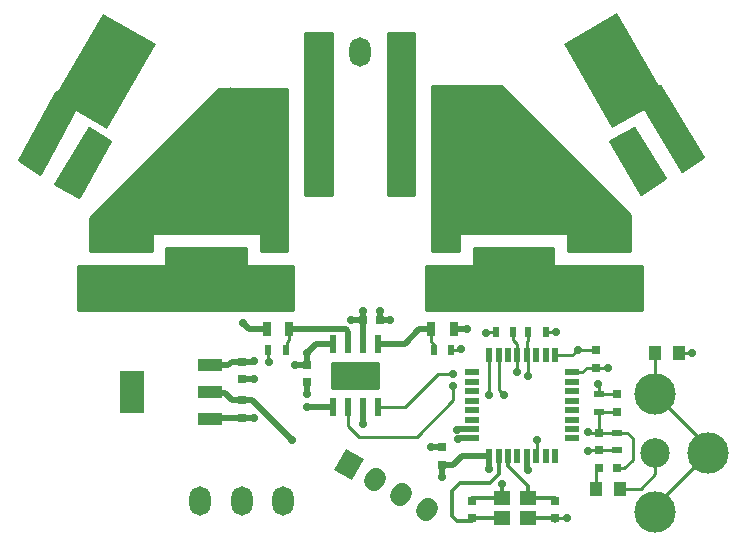
<source format=gtl>
G04 #@! TF.FileFunction,Copper,L1,Top,Signal*
%FSLAX46Y46*%
G04 Gerber Fmt 4.6, Leading zero omitted, Abs format (unit mm)*
G04 Created by KiCad (PCBNEW 4.0.4+e1-6308~48~ubuntu14.04.1-stable) date Sun Nov 27 15:14:10 2016*
%MOMM*%
%LPD*%
G01*
G04 APERTURE LIST*
%ADD10C,0.100000*%
%ADD11R,1.600000X1.000000*%
%ADD12R,1.000000X1.600000*%
%ADD13O,1.800000X2.500000*%
%ADD14R,0.700000X1.300000*%
%ADD15R,0.600000X1.200000*%
%ADD16R,1.200000X0.600000*%
%ADD17R,2.032000X3.657600*%
%ADD18R,2.032000X1.016000*%
%ADD19R,0.600000X1.550000*%
%ADD20R,1.175000X1.175000*%
%ADD21C,1.727200*%
%ADD22R,1.400000X1.200000*%
%ADD23R,0.750000X0.800000*%
%ADD24R,0.800000X0.750000*%
%ADD25R,1.000000X1.250000*%
%ADD26C,3.500000*%
%ADD27C,2.500000*%
%ADD28R,0.900000X0.500000*%
%ADD29R,0.500000X0.900000*%
%ADD30C,0.700000*%
%ADD31C,0.320000*%
%ADD32C,0.480000*%
%ADD33C,0.240000*%
%ADD34C,0.160000*%
%ADD35C,1.000000*%
%ADD36C,0.254000*%
G04 APERTURE END LIST*
D10*
G36*
X132568911Y-60942820D02*
X133368911Y-59557180D01*
X134234937Y-60057180D01*
X133434937Y-61442820D01*
X132568911Y-60942820D01*
X132568911Y-60942820D01*
G37*
G36*
X135166987Y-62442820D02*
X135966987Y-61057180D01*
X136833013Y-61557180D01*
X136033013Y-62942820D01*
X135166987Y-62442820D01*
X135166987Y-62442820D01*
G37*
D11*
X137000000Y-70500000D03*
X137000000Y-73500000D03*
X140000000Y-70500000D03*
X140000000Y-73500000D03*
D10*
G36*
X131068911Y-63442820D02*
X131868911Y-62057180D01*
X132734937Y-62557180D01*
X131934937Y-63942820D01*
X131068911Y-63442820D01*
X131068911Y-63442820D01*
G37*
G36*
X133666987Y-64942820D02*
X134466987Y-63557180D01*
X135333013Y-64057180D01*
X134533013Y-65442820D01*
X133666987Y-64942820D01*
X133666987Y-64942820D01*
G37*
D11*
X152000000Y-70500000D03*
X152000000Y-73500000D03*
D12*
X152000000Y-65250000D03*
X155000000Y-65250000D03*
X155000000Y-62500000D03*
X152000000Y-62500000D03*
D11*
X181000000Y-70500000D03*
X181000000Y-73500000D03*
X178000000Y-70500000D03*
X178000000Y-73500000D03*
X166000000Y-70500000D03*
X166000000Y-73500000D03*
D12*
X166000000Y-65200000D03*
X163000000Y-65200000D03*
X163000000Y-62400000D03*
X166000000Y-62400000D03*
D13*
X145500000Y-92000000D03*
X149000000Y-92000000D03*
X152500000Y-92000000D03*
X162500000Y-54000000D03*
X159000000Y-54000000D03*
X155500000Y-54000000D03*
D14*
X151100000Y-77500000D03*
X153000000Y-77500000D03*
X166950000Y-77500000D03*
X165050000Y-77500000D03*
D15*
X169950000Y-88200000D03*
X170750000Y-88200000D03*
X171550000Y-88200000D03*
X172350000Y-88200000D03*
X173150000Y-88200000D03*
X173950000Y-88200000D03*
X174750000Y-88200000D03*
X175550000Y-88200000D03*
D16*
X177000000Y-86750000D03*
X177000000Y-85950000D03*
X177000000Y-85150000D03*
X177000000Y-84350000D03*
X177000000Y-83550000D03*
X177000000Y-82750000D03*
X177000000Y-81950000D03*
X177000000Y-81150000D03*
D15*
X175550000Y-79700000D03*
X174750000Y-79700000D03*
X173950000Y-79700000D03*
X173150000Y-79700000D03*
X172350000Y-79700000D03*
X171550000Y-79700000D03*
X170750000Y-79700000D03*
X169950000Y-79700000D03*
D16*
X168500000Y-81150000D03*
X168500000Y-81950000D03*
X168500000Y-82750000D03*
X168500000Y-83550000D03*
X168500000Y-84350000D03*
X168500000Y-85150000D03*
X168500000Y-85950000D03*
X168500000Y-86750000D03*
D17*
X139718871Y-82810213D03*
D18*
X146322871Y-82810213D03*
X146322871Y-80524213D03*
X146322871Y-85096213D03*
D19*
X156730000Y-84112500D03*
X158000000Y-84112500D03*
X159270000Y-84112500D03*
X160540000Y-84112500D03*
X160540000Y-78712500D03*
X159270000Y-78712500D03*
X158000000Y-78712500D03*
X156730000Y-78712500D03*
D20*
X159222500Y-80825000D03*
X158047500Y-80825000D03*
X159222500Y-82000000D03*
X158047500Y-82000000D03*
D10*
G36*
X158340491Y-90271682D02*
X156844691Y-89408082D01*
X157860691Y-87648318D01*
X159356491Y-88511918D01*
X158340491Y-90271682D01*
X158340491Y-90271682D01*
G37*
D21*
X160224096Y-90361982D02*
X160376496Y-90098018D01*
X162423800Y-91631982D02*
X162576200Y-91368018D01*
X164623505Y-92901982D02*
X164775905Y-92638018D01*
D22*
X171000000Y-93500000D03*
X173200000Y-93500000D03*
X173200000Y-91800000D03*
X171000000Y-91800000D03*
D23*
X168500000Y-93500000D03*
X168500000Y-92000000D03*
X175500000Y-92000000D03*
X175500000Y-93500000D03*
X179000000Y-79250000D03*
X179000000Y-80750000D03*
X166000000Y-89000000D03*
X166000000Y-87500000D03*
X154500000Y-80500000D03*
X154500000Y-82000000D03*
D24*
X159250000Y-76750000D03*
X160750000Y-76750000D03*
D10*
G36*
X186082051Y-61807180D02*
X186882051Y-63192820D01*
X186016025Y-63692820D01*
X185216025Y-62307180D01*
X186082051Y-61807180D01*
X186082051Y-61807180D01*
G37*
G36*
X183483975Y-63307180D02*
X184283975Y-64692820D01*
X183417949Y-65192820D01*
X182617949Y-63807180D01*
X183483975Y-63307180D01*
X183483975Y-63307180D01*
G37*
G36*
X184582051Y-59307180D02*
X185382051Y-60692820D01*
X184516025Y-61192820D01*
X183716025Y-59807180D01*
X184582051Y-59307180D01*
X184582051Y-59307180D01*
G37*
G36*
X181983975Y-60807180D02*
X182783975Y-62192820D01*
X181917949Y-62692820D01*
X181117949Y-61307180D01*
X181983975Y-60807180D01*
X181983975Y-60807180D01*
G37*
D24*
X180750000Y-89250000D03*
X179250000Y-89250000D03*
D23*
X179250000Y-87750000D03*
X179250000Y-86250000D03*
X180750000Y-84500000D03*
X180750000Y-83000000D03*
D25*
X181000000Y-91000000D03*
X179000000Y-91000000D03*
X184000000Y-79500000D03*
X186000000Y-79500000D03*
D26*
X188500000Y-88000000D03*
X184000000Y-93000000D03*
X184000000Y-83000000D03*
D27*
X184000000Y-88000000D03*
D28*
X180750000Y-87750000D03*
X180750000Y-86250000D03*
X179250000Y-84500000D03*
X179250000Y-83000000D03*
D29*
X152750000Y-79250000D03*
X151250000Y-79250000D03*
X165250000Y-79250000D03*
X166750000Y-79250000D03*
X173250000Y-77750000D03*
X174750000Y-77750000D03*
X172000000Y-77750000D03*
X170500000Y-77750000D03*
D23*
X149000000Y-80250000D03*
X149000000Y-81750000D03*
X149000000Y-83500000D03*
X149000000Y-85000000D03*
D10*
G36*
X149994880Y-58155588D02*
X145864880Y-65308958D01*
X143881682Y-64163958D01*
X148011682Y-57010588D01*
X149994880Y-58155588D01*
X149994880Y-58155588D01*
G37*
G36*
X141741658Y-53390588D02*
X137611658Y-60543958D01*
X133099666Y-57938958D01*
X137229666Y-50785588D01*
X141741658Y-53390588D01*
X141741658Y-53390588D01*
G37*
G36*
X172135120Y-65261685D02*
X168005120Y-58108315D01*
X169988318Y-56963315D01*
X174118318Y-64116685D01*
X172135120Y-65261685D01*
X172135120Y-65261685D01*
G37*
G36*
X180388342Y-60496685D02*
X176258342Y-53343315D01*
X180770334Y-50738315D01*
X184900334Y-57891685D01*
X180388342Y-60496685D01*
X180388342Y-60496685D01*
G37*
D12*
X152000000Y-59800000D03*
X155000000Y-59800000D03*
X165900000Y-59600000D03*
X162900000Y-59600000D03*
D30*
X135750000Y-73500000D03*
X138500000Y-73750000D03*
X138500000Y-74500000D03*
X136250000Y-74500000D03*
X137750000Y-74500000D03*
X137000000Y-74500000D03*
X141500000Y-74250000D03*
X141250000Y-73500000D03*
X139250000Y-74500000D03*
X140750000Y-74500000D03*
X140000000Y-74500000D03*
X150500000Y-74250000D03*
X150750000Y-73500000D03*
X152750000Y-74500000D03*
X151250000Y-74500000D03*
X152000000Y-74500000D03*
X161575000Y-76750000D03*
X160750000Y-75950000D03*
X135000000Y-65600000D03*
X135800000Y-63500000D03*
X135800000Y-64300000D03*
X135400000Y-65000000D03*
X136500000Y-63200000D03*
X137300000Y-61800000D03*
X136900000Y-62500000D03*
X182100000Y-63500000D03*
X183100000Y-65500000D03*
X182300000Y-64200000D03*
X182700000Y-64800000D03*
X180800000Y-61600000D03*
X181600000Y-63000000D03*
X181200000Y-62300000D03*
X176500000Y-93500000D03*
X167600000Y-79200000D03*
X151300000Y-80300000D03*
X175600000Y-77700000D03*
X169700000Y-77800000D03*
X187100000Y-79500000D03*
X180000000Y-80800000D03*
X179200000Y-82100000D03*
X156950000Y-81950000D03*
X156950000Y-80850000D03*
X160300000Y-80900000D03*
X160300000Y-81900000D03*
X157400000Y-81400000D03*
X158600000Y-81400000D03*
X159800000Y-81400000D03*
X165000000Y-87500000D03*
X167200000Y-86000000D03*
X167300000Y-86800000D03*
X150000000Y-85000000D03*
X150000000Y-81700000D03*
X159300000Y-85500000D03*
X154500000Y-83000000D03*
X165300000Y-74600000D03*
X166700000Y-74600000D03*
X166000000Y-74600000D03*
X182400000Y-74200000D03*
X181800000Y-74600000D03*
X176600000Y-74200000D03*
X177200000Y-74600000D03*
X180200000Y-74600000D03*
X179500000Y-74300000D03*
X178800000Y-74600000D03*
X182400000Y-73500000D03*
X181000000Y-74600000D03*
X178000000Y-74600000D03*
X179500000Y-73500000D03*
X176600000Y-73500000D03*
X167400000Y-74300000D03*
X167400000Y-73500000D03*
X173600000Y-75600000D03*
X172800000Y-75600000D03*
X172000000Y-75600000D03*
X171200000Y-75600000D03*
X170400000Y-75600000D03*
X144400000Y-75600000D03*
X145200000Y-75600000D03*
X146000000Y-75600000D03*
X146800000Y-75600000D03*
X147600000Y-75600000D03*
X171000000Y-90600000D03*
X144400000Y-74800000D03*
X145200000Y-74800000D03*
X147600000Y-74800000D03*
X146800000Y-74800000D03*
X146000000Y-74800000D03*
X170400000Y-74800000D03*
X171200000Y-74800000D03*
X173600000Y-74800000D03*
X172800000Y-74800000D03*
X172000000Y-74800000D03*
X158047500Y-82000000D03*
X159222500Y-82000000D03*
X159222500Y-80825000D03*
X158047500Y-80825000D03*
X159250000Y-75925000D03*
X154500000Y-84100000D03*
X153500000Y-80500000D03*
X150000000Y-80200000D03*
X154500000Y-79500000D03*
X158280693Y-76677531D03*
X178300000Y-87800000D03*
X177450000Y-79250000D03*
X173200000Y-89400000D03*
X166000000Y-90000000D03*
X169900000Y-89300000D03*
X153300000Y-86900000D03*
X130700000Y-63100000D03*
X132000000Y-61300000D03*
X131500000Y-61800000D03*
X131100000Y-62500000D03*
X132200000Y-60600000D03*
X133000000Y-59300000D03*
X132600000Y-60000000D03*
X185100000Y-59200000D03*
X185900000Y-61100000D03*
X185900000Y-60400000D03*
X185500000Y-59800000D03*
X187400000Y-62900000D03*
X186500000Y-61500000D03*
X186900000Y-62200000D03*
X143600000Y-68400000D03*
X144400000Y-68400000D03*
X144400000Y-68400000D03*
X145200000Y-68400000D03*
X146000000Y-68400000D03*
X146000000Y-68400000D03*
X146800000Y-68400000D03*
X147600000Y-68400000D03*
X148400000Y-68400000D03*
X143600000Y-69200000D03*
X144400000Y-69200000D03*
X145200000Y-69200000D03*
X148400000Y-69200000D03*
X147600000Y-69200000D03*
X146800000Y-69200000D03*
X146000000Y-69200000D03*
X169600000Y-68400000D03*
X170400000Y-68400000D03*
X171200000Y-68400000D03*
X172000000Y-68400000D03*
X172800000Y-68400000D03*
X173600000Y-68400000D03*
X174400000Y-68400000D03*
X169600000Y-69200000D03*
X170400000Y-69200000D03*
X171200000Y-69200000D03*
X174400000Y-69200000D03*
X173600000Y-69200000D03*
X172800000Y-69200000D03*
X172000000Y-69200000D03*
X149100000Y-77000000D03*
X168100000Y-77500000D03*
X173200000Y-81500000D03*
X166900000Y-82300000D03*
X166900000Y-81300000D03*
X172300000Y-81100000D03*
X169900000Y-83100000D03*
X171200000Y-83100000D03*
X174000000Y-86900000D03*
X178300000Y-86200000D03*
D31*
X171000000Y-93500000D02*
X168750000Y-93500000D01*
X168750000Y-93500000D02*
X168500000Y-93750000D01*
X166800000Y-93300000D02*
X167250000Y-93750000D01*
X167250000Y-93750000D02*
X168500000Y-93750000D01*
X166800000Y-91200000D02*
X166800000Y-93300000D01*
X167500000Y-90500000D02*
X166800000Y-91200000D01*
X170000000Y-90500000D02*
X167500000Y-90500000D01*
X170750000Y-89750000D02*
X170000000Y-90500000D01*
X170750000Y-88200000D02*
X170750000Y-89750000D01*
D32*
X136250000Y-74500000D02*
X135750000Y-74500000D01*
X135750000Y-74500000D02*
X135500000Y-74250000D01*
X137000000Y-73500000D02*
X135750000Y-73500000D01*
X138500000Y-74500000D02*
X138500000Y-73750000D01*
X139250000Y-74500000D02*
X138500000Y-74500000D01*
X137000000Y-74500000D02*
X136250000Y-74500000D01*
X137000000Y-74500000D02*
X137750000Y-74500000D01*
X137000000Y-73500000D02*
X137000000Y-74500000D01*
X141250000Y-73500000D02*
X141250000Y-74000000D01*
X141250000Y-74000000D02*
X141500000Y-74250000D01*
X140000000Y-73500000D02*
X141250000Y-73500000D01*
X140000000Y-74500000D02*
X139250000Y-74500000D01*
X140000000Y-74500000D02*
X140750000Y-74500000D01*
X140000000Y-73500000D02*
X140000000Y-74500000D01*
X150750000Y-73500000D02*
X150750000Y-74000000D01*
X150750000Y-74000000D02*
X150500000Y-74250000D01*
X152000000Y-73500000D02*
X150750000Y-73500000D01*
X152000000Y-74500000D02*
X152750000Y-74500000D01*
X152000000Y-74500000D02*
X151250000Y-74500000D01*
X152000000Y-73500000D02*
X152000000Y-74500000D01*
X160750000Y-76750000D02*
X161575000Y-76750000D01*
X160750000Y-76750000D02*
X160750000Y-75950000D01*
D33*
X135400000Y-65000000D02*
X135400000Y-65200000D01*
X135400000Y-65200000D02*
X135000000Y-65600000D01*
X135800000Y-64300000D02*
X135800000Y-63500000D01*
X135400000Y-65000000D02*
X135400000Y-64700000D01*
X135400000Y-64700000D02*
X135800000Y-64300000D01*
X134500000Y-64500000D02*
X134900000Y-64500000D01*
X134900000Y-64500000D02*
X135400000Y-65000000D01*
X136900000Y-62500000D02*
X136900000Y-62800000D01*
X136900000Y-62800000D02*
X136500000Y-63200000D01*
X136900000Y-62500000D02*
X136900000Y-62200000D01*
X136900000Y-62200000D02*
X137300000Y-61800000D01*
X136000000Y-62000000D02*
X136400000Y-62000000D01*
X136400000Y-62000000D02*
X136900000Y-62500000D01*
X182300000Y-64200000D02*
X182300000Y-63700000D01*
X182300000Y-63700000D02*
X182100000Y-63500000D01*
X182700000Y-64800000D02*
X182700000Y-65100000D01*
X182700000Y-65100000D02*
X183100000Y-65500000D01*
X182700000Y-64800000D02*
X182700000Y-64600000D01*
X182700000Y-64600000D02*
X182300000Y-64200000D01*
X183450962Y-64250000D02*
X183250000Y-64250000D01*
X183250000Y-64250000D02*
X182700000Y-64800000D01*
X181200000Y-62300000D02*
X181200000Y-62000000D01*
X181200000Y-62000000D02*
X180800000Y-61600000D01*
X181200000Y-62300000D02*
X181200000Y-62600000D01*
X181200000Y-62600000D02*
X181600000Y-63000000D01*
X181950962Y-61750000D02*
X181750000Y-61750000D01*
X181750000Y-61750000D02*
X181200000Y-62300000D01*
X175500000Y-93500000D02*
X176500000Y-93500000D01*
X166750000Y-79250000D02*
X167550000Y-79250000D01*
X167550000Y-79250000D02*
X167600000Y-79200000D01*
X151250000Y-79250000D02*
X151250000Y-80250000D01*
X151250000Y-80250000D02*
X151300000Y-80300000D01*
X174750000Y-77750000D02*
X175550000Y-77750000D01*
X175550000Y-77750000D02*
X175600000Y-77700000D01*
X170500000Y-77750000D02*
X169750000Y-77750000D01*
X169750000Y-77750000D02*
X169700000Y-77800000D01*
X186000000Y-79500000D02*
X187100000Y-79500000D01*
X179000000Y-80750000D02*
X179950000Y-80750000D01*
X179950000Y-80750000D02*
X180000000Y-80800000D01*
X179250000Y-83000000D02*
X179250000Y-82150000D01*
X179250000Y-82150000D02*
X179200000Y-82100000D01*
X177000000Y-81150000D02*
X177840000Y-81150000D01*
X177840000Y-81150000D02*
X178240000Y-80750000D01*
X178240000Y-80750000D02*
X179000000Y-80750000D01*
X179250000Y-83000000D02*
X180750000Y-83000000D01*
D34*
X157400000Y-81400000D02*
X157400000Y-81500000D01*
X157400000Y-81500000D02*
X156950000Y-81950000D01*
X157400000Y-81400000D02*
X157400000Y-81300000D01*
X157400000Y-81300000D02*
X156950000Y-80850000D01*
X159800000Y-81400000D02*
X160300000Y-80900000D01*
X159800000Y-81400000D02*
X160300000Y-81900000D01*
X158047500Y-82000000D02*
X158000000Y-82000000D01*
X158000000Y-82000000D02*
X157400000Y-81400000D01*
D32*
X137000000Y-73500000D02*
X138500000Y-73500000D01*
X140000000Y-73500000D02*
X138500000Y-73500000D01*
X166000000Y-87500000D02*
X165000000Y-87500000D01*
X168500000Y-85950000D02*
X167250000Y-85950000D01*
X167250000Y-85950000D02*
X167200000Y-86000000D01*
X168500000Y-86750000D02*
X167350000Y-86750000D01*
X167350000Y-86750000D02*
X167300000Y-86800000D01*
X149000000Y-85000000D02*
X150000000Y-85000000D01*
X149000000Y-81750000D02*
X149950000Y-81750000D01*
X149950000Y-81750000D02*
X150000000Y-81700000D01*
X149000000Y-85000000D02*
X146419084Y-85000000D01*
X146419084Y-85000000D02*
X146322871Y-85096213D01*
X159270000Y-84112500D02*
X159270000Y-85470000D01*
X159270000Y-85470000D02*
X159300000Y-85500000D01*
X154500000Y-82000000D02*
X154500000Y-83000000D01*
X166000000Y-74600000D02*
X165300000Y-74600000D01*
X166000000Y-74600000D02*
X166700000Y-74600000D01*
X166000000Y-73500000D02*
X166000000Y-74600000D01*
X181800000Y-74600000D02*
X182000000Y-74600000D01*
X182000000Y-74600000D02*
X182400000Y-74200000D01*
X181000000Y-74600000D02*
X181800000Y-74600000D01*
X177200000Y-74600000D02*
X177000000Y-74600000D01*
X177000000Y-74600000D02*
X176600000Y-74200000D01*
X178000000Y-74600000D02*
X177200000Y-74600000D01*
X181000000Y-74600000D02*
X180200000Y-74600000D01*
X178800000Y-74600000D02*
X179200000Y-74600000D01*
X179200000Y-74600000D02*
X179500000Y-74300000D01*
X178000000Y-74600000D02*
X178800000Y-74600000D01*
X181000000Y-73500000D02*
X182400000Y-73500000D01*
X181000000Y-73500000D02*
X181000000Y-74600000D01*
X178000000Y-73500000D02*
X178000000Y-74600000D01*
X179500000Y-73500000D02*
X181000000Y-73500000D01*
X178000000Y-73500000D02*
X179500000Y-73500000D01*
X178000000Y-73500000D02*
X176600000Y-73500000D01*
X167400000Y-73500000D02*
X167400000Y-74300000D01*
X166000000Y-73500000D02*
X167400000Y-73500000D01*
D31*
X173200000Y-93500000D02*
X175250000Y-93500000D01*
X175250000Y-93500000D02*
X175500000Y-93750000D01*
X171000000Y-91800000D02*
X168550000Y-91800000D01*
X168550000Y-91800000D02*
X168500000Y-91750000D01*
X171000000Y-91800000D02*
X171000000Y-90600000D01*
X173200000Y-91800000D02*
X175450000Y-91800000D01*
X175450000Y-91800000D02*
X175500000Y-91750000D01*
X171550000Y-88200000D02*
X171550000Y-89120000D01*
X171550000Y-89120000D02*
X173200000Y-90770000D01*
X173200000Y-90770000D02*
X173200000Y-91800000D01*
D32*
X159250000Y-76750000D02*
X159250000Y-75925000D01*
X156730000Y-84112500D02*
X154512500Y-84112500D01*
X154512500Y-84112500D02*
X154500000Y-84100000D01*
X154500000Y-80500000D02*
X153500000Y-80500000D01*
X149000000Y-80250000D02*
X149950000Y-80250000D01*
X149950000Y-80250000D02*
X150000000Y-80200000D01*
X149000000Y-80250000D02*
X148145000Y-80250000D01*
X148145000Y-80250000D02*
X147870787Y-80524213D01*
X147870787Y-80524213D02*
X146322871Y-80524213D01*
X154500000Y-79500000D02*
X155287500Y-78712500D01*
X155287500Y-78712500D02*
X156730000Y-78712500D01*
X154500000Y-80500000D02*
X154500000Y-79500000D01*
X159250000Y-76750000D02*
X158353162Y-76750000D01*
X158353162Y-76750000D02*
X158280693Y-76677531D01*
X159270000Y-78712500D02*
X159270000Y-76770000D01*
X159270000Y-76770000D02*
X159250000Y-76750000D01*
D33*
X179250000Y-87750000D02*
X178350000Y-87750000D01*
X178350000Y-87750000D02*
X178300000Y-87800000D01*
X177450000Y-79250000D02*
X177000000Y-79700000D01*
X177000000Y-79700000D02*
X175550000Y-79700000D01*
X179000000Y-79250000D02*
X177450000Y-79250000D01*
X179250000Y-87750000D02*
X180750000Y-87750000D01*
D32*
X173150000Y-88200000D02*
X173150000Y-89350000D01*
X173150000Y-89350000D02*
X173200000Y-89400000D01*
X166000000Y-89000000D02*
X166000000Y-90000000D01*
X169950000Y-88200000D02*
X169950000Y-89250000D01*
X169950000Y-89250000D02*
X169900000Y-89300000D01*
X166000000Y-89000000D02*
X166855000Y-89000000D01*
X166855000Y-89000000D02*
X167655000Y-88200000D01*
X167655000Y-88200000D02*
X169950000Y-88200000D01*
X149000000Y-83500000D02*
X149855000Y-83500000D01*
X149855000Y-83500000D02*
X153255000Y-86900000D01*
X153255000Y-86900000D02*
X153300000Y-86900000D01*
X147545000Y-82900000D02*
X146412658Y-82900000D01*
X146412658Y-82900000D02*
X146322871Y-82810213D01*
X149000000Y-83500000D02*
X148145000Y-83500000D01*
X148145000Y-83500000D02*
X147545000Y-82900000D01*
D33*
X133000000Y-59300000D02*
X136635227Y-55664773D01*
X136635227Y-55664773D02*
X137420662Y-55664773D01*
X185100000Y-59200000D02*
X184161838Y-59200000D01*
X184161838Y-59200000D02*
X180579338Y-55617500D01*
X131100000Y-62500000D02*
X131100000Y-62700000D01*
X131100000Y-62700000D02*
X130700000Y-63100000D01*
X131500000Y-61800000D02*
X132000000Y-61300000D01*
X131100000Y-62500000D02*
X131100000Y-62200000D01*
X131100000Y-62200000D02*
X131500000Y-61800000D01*
X131901924Y-63000000D02*
X131600000Y-63000000D01*
X131600000Y-63000000D02*
X131100000Y-62500000D01*
X132600000Y-60000000D02*
X132600000Y-60200000D01*
X132600000Y-60200000D02*
X132200000Y-60600000D01*
X132600000Y-60000000D02*
X132600000Y-59700000D01*
X132600000Y-59700000D02*
X133000000Y-59300000D01*
X133401924Y-60500000D02*
X133100000Y-60500000D01*
X133100000Y-60500000D02*
X132600000Y-60000000D01*
X185500000Y-59800000D02*
X185500000Y-59600000D01*
X185500000Y-59600000D02*
X185100000Y-59200000D01*
X185900000Y-60400000D02*
X185900000Y-61100000D01*
X185500000Y-59800000D02*
X185500000Y-60000000D01*
X185500000Y-60000000D02*
X185900000Y-60400000D01*
X184549038Y-60250000D02*
X185050000Y-60250000D01*
X185050000Y-60250000D02*
X185500000Y-59800000D01*
X186900000Y-62200000D02*
X186900000Y-62400000D01*
X186900000Y-62400000D02*
X187400000Y-62900000D01*
X186900000Y-62200000D02*
X186900000Y-61900000D01*
X186900000Y-61900000D02*
X186500000Y-61500000D01*
X186049038Y-62750000D02*
X186350000Y-62750000D01*
X186350000Y-62750000D02*
X186900000Y-62200000D01*
D35*
X152000000Y-70000000D02*
X152000000Y-65000000D01*
X152000000Y-62000000D02*
X152000000Y-65000000D01*
X155000000Y-58000000D02*
X155500000Y-57500000D01*
X155000000Y-62000000D02*
X155000000Y-58000000D01*
X155000000Y-65000000D02*
X155000000Y-62000000D01*
X155500000Y-57500000D02*
X155500000Y-54000000D01*
X180850001Y-68850001D02*
X181000000Y-69000000D01*
X181000000Y-69000000D02*
X181000000Y-70500000D01*
X177850001Y-68850001D02*
X180850001Y-68850001D01*
X174749999Y-68850001D02*
X177850001Y-68850001D01*
X177850001Y-68850001D02*
X178000000Y-69000000D01*
X178000000Y-69000000D02*
X178000000Y-70500000D01*
X166000000Y-70000000D02*
X166800000Y-69200000D01*
X166000000Y-70500000D02*
X166000000Y-70000000D01*
X162500000Y-57500000D02*
X162500000Y-54000000D01*
X163000000Y-58000000D02*
X162500000Y-57500000D01*
X163000000Y-62000000D02*
X163000000Y-58000000D01*
X163000000Y-65000000D02*
X163000000Y-62000000D01*
D32*
X149600000Y-77500000D02*
X151100000Y-77500000D01*
X149100000Y-77000000D02*
X149600000Y-77500000D01*
X166950000Y-77500000D02*
X168100000Y-77500000D01*
D33*
X152800000Y-78590000D02*
X152800000Y-79200000D01*
X152800000Y-79200000D02*
X152750000Y-79250000D01*
X153000000Y-77500000D02*
X153000000Y-78390000D01*
X153000000Y-78390000D02*
X152800000Y-78590000D01*
D32*
X157800000Y-77500000D02*
X158000000Y-77700000D01*
X158000000Y-77700000D02*
X158000000Y-78712500D01*
X153000000Y-77500000D02*
X157800000Y-77500000D01*
D33*
X165250000Y-78750000D02*
X165050000Y-78550000D01*
X165050000Y-78550000D02*
X165050000Y-78390000D01*
X165250000Y-79250000D02*
X165250000Y-78750000D01*
X165050000Y-77500000D02*
X165050000Y-78390000D01*
D32*
X160540000Y-78712500D02*
X162787500Y-78712500D01*
X162787500Y-78712500D02*
X164000000Y-77500000D01*
X164000000Y-77500000D02*
X165050000Y-77500000D01*
D33*
X173250000Y-77750000D02*
X173250000Y-78440000D01*
X173250000Y-78440000D02*
X173150000Y-78540000D01*
X173150000Y-78540000D02*
X173150000Y-79700000D01*
X173200000Y-81500000D02*
X173200000Y-79750000D01*
X173200000Y-79750000D02*
X173150000Y-79700000D01*
X166900000Y-83500000D02*
X166900000Y-82300000D01*
X163800000Y-86600000D02*
X166900000Y-83500000D01*
X158900000Y-86600000D02*
X163800000Y-86600000D01*
X158430001Y-86130001D02*
X158900000Y-86600000D01*
X158000000Y-85700000D02*
X158430001Y-86130001D01*
X158000000Y-85127500D02*
X158000000Y-85700000D01*
X158000000Y-84112500D02*
X158000000Y-85127500D01*
X162800000Y-84100000D02*
X165600000Y-81300000D01*
X165600000Y-81300000D02*
X166900000Y-81300000D01*
X162700000Y-84100000D02*
X162800000Y-84100000D01*
X162700000Y-84100000D02*
X160552500Y-84100000D01*
X160552500Y-84100000D02*
X160540000Y-84112500D01*
X172350000Y-79700000D02*
X172350000Y-81050000D01*
X172350000Y-81050000D02*
X172300000Y-81100000D01*
X172000000Y-77750000D02*
X172000000Y-78440000D01*
X172000000Y-78440000D02*
X172350000Y-78790000D01*
X172350000Y-78790000D02*
X172350000Y-79700000D01*
X169950000Y-79700000D02*
X169950000Y-83050000D01*
X169950000Y-83050000D02*
X169900000Y-83100000D01*
X170750000Y-79700000D02*
X170750000Y-82650000D01*
X170750000Y-82650000D02*
X171200000Y-83100000D01*
X174000000Y-86900000D02*
X174000000Y-88150000D01*
X174000000Y-88150000D02*
X173950000Y-88200000D01*
X178635000Y-86250000D02*
X178350000Y-86250000D01*
X178350000Y-86250000D02*
X178300000Y-86200000D01*
X179250000Y-86250000D02*
X178635000Y-86250000D01*
X179250000Y-84500000D02*
X179250000Y-86250000D01*
X180750000Y-84500000D02*
X179250000Y-84500000D01*
X179250000Y-86250000D02*
X180750000Y-86250000D01*
X182100000Y-86700000D02*
X181650000Y-86250000D01*
X181650000Y-86250000D02*
X180750000Y-86250000D01*
X182100000Y-88540000D02*
X182100000Y-86700000D01*
X180750000Y-89250000D02*
X181390000Y-89250000D01*
X181390000Y-89250000D02*
X182100000Y-88540000D01*
X179000000Y-91000000D02*
X179000000Y-89500000D01*
X179000000Y-89500000D02*
X179250000Y-89250000D01*
X184000000Y-88000000D02*
X184000000Y-89767766D01*
X184000000Y-89767766D02*
X182767766Y-91000000D01*
X181740000Y-91000000D02*
X181000000Y-91000000D01*
X182767766Y-91000000D02*
X181740000Y-91000000D01*
X188500000Y-88000000D02*
X184000000Y-92500000D01*
X184000000Y-92500000D02*
X184000000Y-93000000D01*
X184000000Y-83000000D02*
X188500000Y-87500000D01*
X188500000Y-87500000D02*
X188500000Y-88000000D01*
X184000000Y-79500000D02*
X184000000Y-80365000D01*
X184000000Y-80365000D02*
X184000000Y-83000000D01*
D36*
G36*
X175373000Y-72000000D02*
X175383006Y-72049410D01*
X175411447Y-72091035D01*
X175453841Y-72118315D01*
X175500000Y-72127000D01*
X182873000Y-72127000D01*
X182873000Y-75873000D01*
X164627000Y-75873000D01*
X164627000Y-72127000D01*
X168500000Y-72127000D01*
X168549410Y-72116994D01*
X168591035Y-72088553D01*
X168618315Y-72046159D01*
X168627000Y-72000000D01*
X168627000Y-70627000D01*
X175373000Y-70627000D01*
X175373000Y-72000000D01*
X175373000Y-72000000D01*
G37*
X175373000Y-72000000D02*
X175383006Y-72049410D01*
X175411447Y-72091035D01*
X175453841Y-72118315D01*
X175500000Y-72127000D01*
X182873000Y-72127000D01*
X182873000Y-75873000D01*
X164627000Y-75873000D01*
X164627000Y-72127000D01*
X168500000Y-72127000D01*
X168549410Y-72116994D01*
X168591035Y-72088553D01*
X168618315Y-72046159D01*
X168627000Y-72000000D01*
X168627000Y-70627000D01*
X175373000Y-70627000D01*
X175373000Y-72000000D01*
G36*
X149373000Y-72000000D02*
X149383006Y-72049410D01*
X149411447Y-72091035D01*
X149453841Y-72118315D01*
X149500000Y-72127000D01*
X153373000Y-72127000D01*
X153373000Y-75873000D01*
X135127000Y-75873000D01*
X135127000Y-72127000D01*
X142500000Y-72127000D01*
X142549410Y-72116994D01*
X142591035Y-72088553D01*
X142618315Y-72046159D01*
X142627000Y-72000000D01*
X142627000Y-70627000D01*
X149373000Y-70627000D01*
X149373000Y-72000000D01*
X149373000Y-72000000D01*
G37*
X149373000Y-72000000D02*
X149383006Y-72049410D01*
X149411447Y-72091035D01*
X149453841Y-72118315D01*
X149500000Y-72127000D01*
X153373000Y-72127000D01*
X153373000Y-75873000D01*
X135127000Y-75873000D01*
X135127000Y-72127000D01*
X142500000Y-72127000D01*
X142549410Y-72116994D01*
X142591035Y-72088553D01*
X142618315Y-72046159D01*
X142627000Y-72000000D01*
X142627000Y-70627000D01*
X149373000Y-70627000D01*
X149373000Y-72000000D01*
G36*
X156623000Y-66123000D02*
X154377000Y-66123000D01*
X154377000Y-52377000D01*
X156623000Y-52377000D01*
X156623000Y-66123000D01*
X156623000Y-66123000D01*
G37*
X156623000Y-66123000D02*
X154377000Y-66123000D01*
X154377000Y-52377000D01*
X156623000Y-52377000D01*
X156623000Y-66123000D01*
G36*
X163623000Y-66123000D02*
X161377000Y-66123000D01*
X161377000Y-52377000D01*
X163623000Y-52377000D01*
X163623000Y-66123000D01*
X163623000Y-66123000D01*
G37*
X163623000Y-66123000D02*
X161377000Y-66123000D01*
X161377000Y-52377000D01*
X163623000Y-52377000D01*
X163623000Y-66123000D01*
G36*
X152873000Y-70873000D02*
X150627000Y-70873000D01*
X150627000Y-69500000D01*
X150616994Y-69450590D01*
X150588553Y-69408965D01*
X150546159Y-69381685D01*
X150500000Y-69373000D01*
X141500000Y-69373000D01*
X141450590Y-69383006D01*
X141408965Y-69411447D01*
X141381685Y-69453841D01*
X141373000Y-69500000D01*
X141373000Y-70873000D01*
X136127000Y-70873000D01*
X136127000Y-68052606D01*
X147052606Y-57127000D01*
X152873000Y-57127000D01*
X152873000Y-70873000D01*
X152873000Y-70873000D01*
G37*
X152873000Y-70873000D02*
X150627000Y-70873000D01*
X150627000Y-69500000D01*
X150616994Y-69450590D01*
X150588553Y-69408965D01*
X150546159Y-69381685D01*
X150500000Y-69373000D01*
X141500000Y-69373000D01*
X141450590Y-69383006D01*
X141408965Y-69411447D01*
X141381685Y-69453841D01*
X141373000Y-69500000D01*
X141373000Y-70873000D01*
X136127000Y-70873000D01*
X136127000Y-68052606D01*
X147052606Y-57127000D01*
X152873000Y-57127000D01*
X152873000Y-70873000D01*
G36*
X181873000Y-67802606D02*
X181873000Y-70873000D01*
X176627000Y-70873000D01*
X176627000Y-69500000D01*
X176616994Y-69450590D01*
X176588553Y-69408965D01*
X176546159Y-69381685D01*
X176500000Y-69373000D01*
X167500000Y-69373000D01*
X167450590Y-69383006D01*
X167408965Y-69411447D01*
X167381685Y-69453841D01*
X167373000Y-69500000D01*
X167373000Y-70873000D01*
X165127000Y-70873000D01*
X165127000Y-56877000D01*
X170947394Y-56877000D01*
X181873000Y-67802606D01*
X181873000Y-67802606D01*
G37*
X181873000Y-67802606D02*
X181873000Y-70873000D01*
X176627000Y-70873000D01*
X176627000Y-69500000D01*
X176616994Y-69450590D01*
X176588553Y-69408965D01*
X176546159Y-69381685D01*
X176500000Y-69373000D01*
X167500000Y-69373000D01*
X167450590Y-69383006D01*
X167408965Y-69411447D01*
X167381685Y-69453841D01*
X167373000Y-69500000D01*
X167373000Y-70873000D01*
X165127000Y-70873000D01*
X165127000Y-56877000D01*
X170947394Y-56877000D01*
X181873000Y-67802606D01*
G36*
X160573000Y-82473000D02*
X156627000Y-82473000D01*
X156627000Y-80327000D01*
X160573000Y-80327000D01*
X160573000Y-82473000D01*
X160573000Y-82473000D01*
G37*
X160573000Y-82473000D02*
X156627000Y-82473000D01*
X156627000Y-80327000D01*
X160573000Y-80327000D01*
X160573000Y-82473000D01*
G36*
X188076934Y-62958401D02*
X186292362Y-64073759D01*
X182673066Y-58041599D01*
X184457638Y-56926241D01*
X188076934Y-62958401D01*
X188076934Y-62958401D01*
G37*
X188076934Y-62958401D02*
X186292362Y-64073759D01*
X182673066Y-58041599D01*
X184457638Y-56926241D01*
X188076934Y-62958401D01*
G36*
X184827972Y-64712051D02*
X182792123Y-66069283D01*
X180174677Y-61548240D01*
X182205168Y-60420190D01*
X184827972Y-64712051D01*
X184827972Y-64712051D01*
G37*
X184827972Y-64712051D02*
X182792123Y-66069283D01*
X180174677Y-61548240D01*
X182205168Y-60420190D01*
X184827972Y-64712051D01*
G36*
X135081491Y-58544446D02*
X131952701Y-64320673D01*
X130168509Y-63205554D01*
X133297299Y-57429327D01*
X135081491Y-58544446D01*
X135081491Y-58544446D01*
G37*
X135081491Y-58544446D02*
X131952701Y-64320673D01*
X130168509Y-63205554D01*
X133297299Y-57429327D01*
X135081491Y-58544446D01*
G36*
X137830838Y-61544038D02*
X135200186Y-66327042D01*
X133176457Y-65202749D01*
X136042362Y-60426241D01*
X137830838Y-61544038D01*
X137830838Y-61544038D01*
G37*
X137830838Y-61544038D02*
X135200186Y-66327042D01*
X133176457Y-65202749D01*
X136042362Y-60426241D01*
X137830838Y-61544038D01*
M02*

</source>
